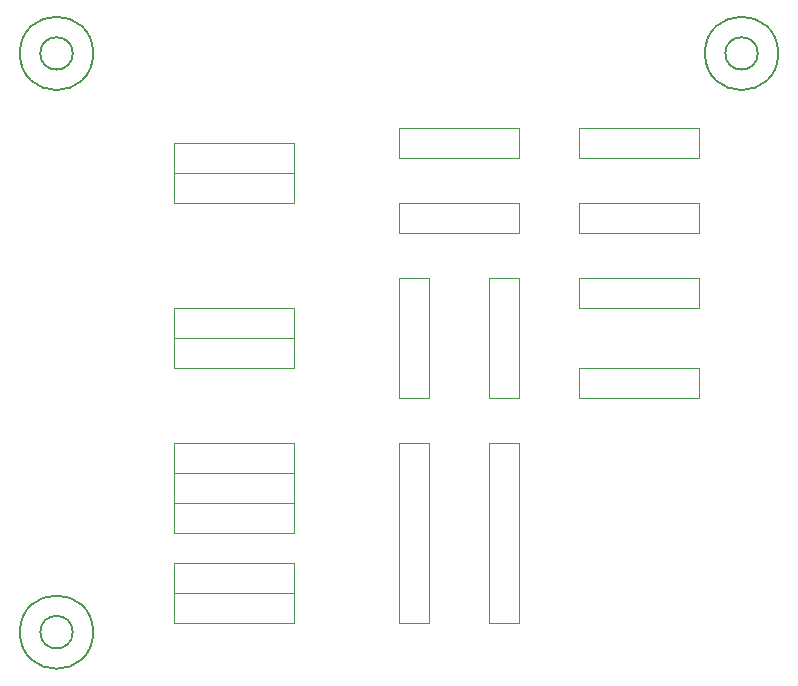
<source format=gbr>
G04 #@! TF.FileFunction,Other,Fab,Top*
%FSLAX46Y46*%
G04 Gerber Fmt 4.6, Leading zero omitted, Abs format (unit mm)*
G04 Created by KiCad (PCBNEW 4.0.0-rc1-stable) date 02/05/2017 19:54:53*
%MOMM*%
G01*
G04 APERTURE LIST*
%ADD10C,0.100000*%
%ADD11C,0.150000*%
G04 APERTURE END LIST*
D10*
X114681000Y-79908400D02*
X104521000Y-79908400D01*
X104521000Y-79908400D02*
X104521000Y-82448400D01*
X104521000Y-82448400D02*
X114681000Y-82448400D01*
X114681000Y-82448400D02*
X114681000Y-79908400D01*
X123571000Y-102768400D02*
X123571000Y-118008400D01*
X123571000Y-118008400D02*
X126111000Y-118008400D01*
X126111000Y-118008400D02*
X126111000Y-102768400D01*
X126111000Y-102768400D02*
X123571000Y-102768400D01*
D11*
X153934000Y-69786000D02*
G75*
G03X153934000Y-69786000I-1375000J0D01*
G01*
X155659000Y-69786000D02*
G75*
G03X155659000Y-69786000I-3100000J0D01*
G01*
X95934000Y-118786000D02*
G75*
G03X95934000Y-118786000I-1375000J0D01*
G01*
X97659000Y-118786000D02*
G75*
G03X97659000Y-118786000I-3100000J0D01*
G01*
X95934000Y-69786000D02*
G75*
G03X95934000Y-69786000I-1375000J0D01*
G01*
X97659000Y-69786000D02*
G75*
G03X97659000Y-69786000I-3100000J0D01*
G01*
D10*
X131191000Y-102768400D02*
X131191000Y-118008400D01*
X131191000Y-118008400D02*
X133731000Y-118008400D01*
X133731000Y-118008400D02*
X133731000Y-102768400D01*
X133731000Y-102768400D02*
X131191000Y-102768400D01*
X104521000Y-105308400D02*
X114681000Y-105308400D01*
X114681000Y-105308400D02*
X114681000Y-102768400D01*
X114681000Y-102768400D02*
X104521000Y-102768400D01*
X104521000Y-102768400D02*
X104521000Y-105308400D01*
X104521000Y-107848400D02*
X114681000Y-107848400D01*
X114681000Y-107848400D02*
X114681000Y-105308400D01*
X114681000Y-105308400D02*
X104521000Y-105308400D01*
X104521000Y-105308400D02*
X104521000Y-107848400D01*
X104521000Y-110388400D02*
X114681000Y-110388400D01*
X114681000Y-110388400D02*
X114681000Y-107848400D01*
X114681000Y-107848400D02*
X104521000Y-107848400D01*
X104521000Y-107848400D02*
X104521000Y-110388400D01*
X104521000Y-115468400D02*
X114681000Y-115468400D01*
X114681000Y-115468400D02*
X114681000Y-112928400D01*
X114681000Y-112928400D02*
X104521000Y-112928400D01*
X104521000Y-112928400D02*
X104521000Y-115468400D01*
X114681000Y-115468400D02*
X104521000Y-115468400D01*
X104521000Y-115468400D02*
X104521000Y-118008400D01*
X104521000Y-118008400D02*
X114681000Y-118008400D01*
X114681000Y-118008400D02*
X114681000Y-115468400D01*
X114681000Y-77368400D02*
X104521000Y-77368400D01*
X104521000Y-77368400D02*
X104521000Y-79908400D01*
X104521000Y-79908400D02*
X114681000Y-79908400D01*
X114681000Y-79908400D02*
X114681000Y-77368400D01*
X114681000Y-91338400D02*
X104521000Y-91338400D01*
X104521000Y-91338400D02*
X104521000Y-93878400D01*
X104521000Y-93878400D02*
X114681000Y-93878400D01*
X114681000Y-93878400D02*
X114681000Y-91338400D01*
X114681000Y-93878400D02*
X104521000Y-93878400D01*
X104521000Y-93878400D02*
X104521000Y-96418400D01*
X104521000Y-96418400D02*
X114681000Y-96418400D01*
X114681000Y-96418400D02*
X114681000Y-93878400D01*
X123571000Y-88798400D02*
X123571000Y-98958400D01*
X123571000Y-98958400D02*
X126111000Y-98958400D01*
X126111000Y-98958400D02*
X126111000Y-88798400D01*
X126111000Y-88798400D02*
X123571000Y-88798400D01*
X133731000Y-76098400D02*
X123571000Y-76098400D01*
X123571000Y-76098400D02*
X123571000Y-78638400D01*
X123571000Y-78638400D02*
X133731000Y-78638400D01*
X133731000Y-78638400D02*
X133731000Y-76098400D01*
X133731000Y-82448400D02*
X123571000Y-82448400D01*
X123571000Y-82448400D02*
X123571000Y-84988400D01*
X123571000Y-84988400D02*
X133731000Y-84988400D01*
X133731000Y-84988400D02*
X133731000Y-82448400D01*
X148971000Y-76098400D02*
X138811000Y-76098400D01*
X138811000Y-76098400D02*
X138811000Y-78638400D01*
X138811000Y-78638400D02*
X148971000Y-78638400D01*
X148971000Y-78638400D02*
X148971000Y-76098400D01*
X148971000Y-82448400D02*
X138811000Y-82448400D01*
X138811000Y-82448400D02*
X138811000Y-84988400D01*
X138811000Y-84988400D02*
X148971000Y-84988400D01*
X148971000Y-84988400D02*
X148971000Y-82448400D01*
X131191000Y-88798400D02*
X131191000Y-98958400D01*
X131191000Y-98958400D02*
X133731000Y-98958400D01*
X133731000Y-98958400D02*
X133731000Y-88798400D01*
X133731000Y-88798400D02*
X131191000Y-88798400D01*
X148971000Y-96418400D02*
X138811000Y-96418400D01*
X138811000Y-96418400D02*
X138811000Y-98958400D01*
X138811000Y-98958400D02*
X148971000Y-98958400D01*
X148971000Y-98958400D02*
X148971000Y-96418400D01*
X148971000Y-88798400D02*
X138811000Y-88798400D01*
X138811000Y-88798400D02*
X138811000Y-91338400D01*
X138811000Y-91338400D02*
X148971000Y-91338400D01*
X148971000Y-91338400D02*
X148971000Y-88798400D01*
M02*

</source>
